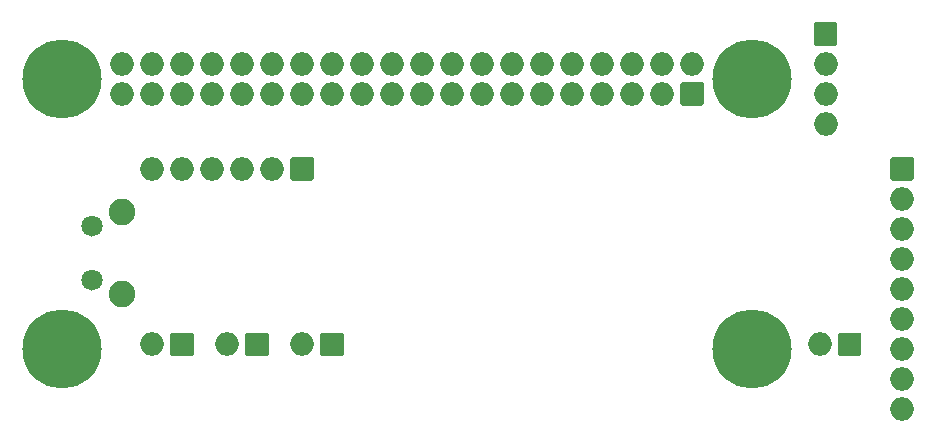
<source format=gbr>
%TF.GenerationSoftware,KiCad,Pcbnew,(5.1.9)-1*%
%TF.CreationDate,2021-07-28T13:21:10+01:00*%
%TF.ProjectId,RGBtoHDMI Amiga Denise CPLD FFC Rev 1.1,52474274-6f48-4444-9d49-20416d696761,rev?*%
%TF.SameCoordinates,Original*%
%TF.FileFunction,Soldermask,Bot*%
%TF.FilePolarity,Negative*%
%FSLAX46Y46*%
G04 Gerber Fmt 4.6, Leading zero omitted, Abs format (unit mm)*
G04 Created by KiCad (PCBNEW (5.1.9)-1) date 2021-07-28 13:21:10*
%MOMM*%
%LPD*%
G01*
G04 APERTURE LIST*
%ADD10C,1.808000*%
%ADD11C,2.250000*%
%ADD12C,1.100000*%
%ADD13C,6.700000*%
%ADD14O,2.000000X2.000000*%
G04 APERTURE END LIST*
D10*
%TO.C,BT11*%
X111760000Y-87387000D03*
X111760000Y-91937000D03*
D11*
X114260000Y-86162000D03*
X114260000Y-93162000D03*
%TD*%
D12*
%TO.C,H4*%
X169337056Y-96092944D03*
X167640000Y-95390000D03*
X165942944Y-96092944D03*
X165240000Y-97790000D03*
X165942944Y-99487056D03*
X167640000Y-100190000D03*
X169337056Y-99487056D03*
X170040000Y-97790000D03*
D13*
X167640000Y-97790000D03*
%TD*%
D12*
%TO.C,H3*%
X110917056Y-96092944D03*
X109220000Y-95390000D03*
X107522944Y-96092944D03*
X106820000Y-97790000D03*
X107522944Y-99487056D03*
X109220000Y-100190000D03*
X110917056Y-99487056D03*
X111620000Y-97790000D03*
D13*
X109220000Y-97790000D03*
%TD*%
D12*
%TO.C,H2*%
X169337056Y-73232944D03*
X167640000Y-72530000D03*
X165942944Y-73232944D03*
X165240000Y-74930000D03*
X165942944Y-76627056D03*
X167640000Y-77330000D03*
X169337056Y-76627056D03*
X170040000Y-74930000D03*
D13*
X167640000Y-74930000D03*
%TD*%
D12*
%TO.C,H1*%
X110917056Y-73232944D03*
X109220000Y-72530000D03*
X107522944Y-73232944D03*
X106820000Y-74930000D03*
X107522944Y-76627056D03*
X109220000Y-77330000D03*
X110917056Y-76627056D03*
X111620000Y-74930000D03*
D13*
X109220000Y-74930000D03*
%TD*%
D14*
%TO.C,JP1*%
X173355000Y-97409000D03*
G36*
G01*
X175045000Y-96409000D02*
X176745000Y-96409000D01*
G75*
G02*
X176895000Y-96559000I0J-150000D01*
G01*
X176895000Y-98259000D01*
G75*
G02*
X176745000Y-98409000I-150000J0D01*
G01*
X175045000Y-98409000D01*
G75*
G02*
X174895000Y-98259000I0J150000D01*
G01*
X174895000Y-96559000D01*
G75*
G02*
X175045000Y-96409000I150000J0D01*
G01*
G37*
%TD*%
%TO.C,FFOSD1*%
G36*
G01*
X179340000Y-83400000D02*
X179340000Y-81700000D01*
G75*
G02*
X179490000Y-81550000I150000J0D01*
G01*
X181190000Y-81550000D01*
G75*
G02*
X181340000Y-81700000I0J-150000D01*
G01*
X181340000Y-83400000D01*
G75*
G02*
X181190000Y-83550000I-150000J0D01*
G01*
X179490000Y-83550000D01*
G75*
G02*
X179340000Y-83400000I0J150000D01*
G01*
G37*
X180340000Y-85090000D03*
X180340000Y-87630000D03*
X180340000Y-90170000D03*
X180340000Y-92710000D03*
X180340000Y-95250000D03*
X180340000Y-97790000D03*
X180340000Y-100330000D03*
X180340000Y-102870000D03*
%TD*%
%TO.C,P1*%
X173863000Y-78740000D03*
X173863000Y-76200000D03*
X173863000Y-73660000D03*
G36*
G01*
X172863000Y-71970000D02*
X172863000Y-70270000D01*
G75*
G02*
X173013000Y-70120000I150000J0D01*
G01*
X174713000Y-70120000D01*
G75*
G02*
X174863000Y-70270000I0J-150000D01*
G01*
X174863000Y-71970000D01*
G75*
G02*
X174713000Y-72120000I-150000J0D01*
G01*
X173013000Y-72120000D01*
G75*
G02*
X172863000Y-71970000I0J150000D01*
G01*
G37*
%TD*%
%TO.C,BT3*%
X116840000Y-97409000D03*
G36*
G01*
X118530000Y-96409000D02*
X120230000Y-96409000D01*
G75*
G02*
X120380000Y-96559000I0J-150000D01*
G01*
X120380000Y-98259000D01*
G75*
G02*
X120230000Y-98409000I-150000J0D01*
G01*
X118530000Y-98409000D01*
G75*
G02*
X118380000Y-98259000I0J150000D01*
G01*
X118380000Y-96559000D01*
G75*
G02*
X118530000Y-96409000I150000J0D01*
G01*
G37*
%TD*%
%TO.C,BT2*%
X123190000Y-97409000D03*
G36*
G01*
X124880000Y-96409000D02*
X126580000Y-96409000D01*
G75*
G02*
X126730000Y-96559000I0J-150000D01*
G01*
X126730000Y-98259000D01*
G75*
G02*
X126580000Y-98409000I-150000J0D01*
G01*
X124880000Y-98409000D01*
G75*
G02*
X124730000Y-98259000I0J150000D01*
G01*
X124730000Y-96559000D01*
G75*
G02*
X124880000Y-96409000I150000J0D01*
G01*
G37*
%TD*%
%TO.C,JTAG1*%
X116840000Y-82550000D03*
X119380000Y-82550000D03*
X121920000Y-82550000D03*
X124460000Y-82550000D03*
X127000000Y-82550000D03*
G36*
G01*
X128690000Y-81550000D02*
X130390000Y-81550000D01*
G75*
G02*
X130540000Y-81700000I0J-150000D01*
G01*
X130540000Y-83400000D01*
G75*
G02*
X130390000Y-83550000I-150000J0D01*
G01*
X128690000Y-83550000D01*
G75*
G02*
X128540000Y-83400000I0J150000D01*
G01*
X128540000Y-81700000D01*
G75*
G02*
X128690000Y-81550000I150000J0D01*
G01*
G37*
%TD*%
%TO.C,J1*%
G36*
G01*
X161710000Y-75200000D02*
X163410000Y-75200000D01*
G75*
G02*
X163560000Y-75350000I0J-150000D01*
G01*
X163560000Y-77050000D01*
G75*
G02*
X163410000Y-77200000I-150000J0D01*
G01*
X161710000Y-77200000D01*
G75*
G02*
X161560000Y-77050000I0J150000D01*
G01*
X161560000Y-75350000D01*
G75*
G02*
X161710000Y-75200000I150000J0D01*
G01*
G37*
X162560000Y-73660000D03*
X160020000Y-76200000D03*
X160020000Y-73660000D03*
X157480000Y-76200000D03*
X157480000Y-73660000D03*
X154940000Y-76200000D03*
X154940000Y-73660000D03*
X152400000Y-76200000D03*
X152400000Y-73660000D03*
X149860000Y-76200000D03*
X149860000Y-73660000D03*
X147320000Y-76200000D03*
X147320000Y-73660000D03*
X144780000Y-76200000D03*
X144780000Y-73660000D03*
X142240000Y-76200000D03*
X142240000Y-73660000D03*
X139700000Y-76200000D03*
X139700000Y-73660000D03*
X137160000Y-76200000D03*
X137160000Y-73660000D03*
X134620000Y-76200000D03*
X134620000Y-73660000D03*
X132080000Y-76200000D03*
X132080000Y-73660000D03*
X129540000Y-76200000D03*
X129540000Y-73660000D03*
X127000000Y-76200000D03*
X127000000Y-73660000D03*
X124460000Y-76200000D03*
X124460000Y-73660000D03*
X121920000Y-76200000D03*
X121920000Y-73660000D03*
X119380000Y-76200000D03*
X119380000Y-73660000D03*
X116840000Y-76200000D03*
X116840000Y-73660000D03*
X114300000Y-76200000D03*
X114300000Y-73660000D03*
%TD*%
%TO.C,BT1*%
X129540000Y-97409000D03*
G36*
G01*
X131230000Y-96409000D02*
X132930000Y-96409000D01*
G75*
G02*
X133080000Y-96559000I0J-150000D01*
G01*
X133080000Y-98259000D01*
G75*
G02*
X132930000Y-98409000I-150000J0D01*
G01*
X131230000Y-98409000D01*
G75*
G02*
X131080000Y-98259000I0J150000D01*
G01*
X131080000Y-96559000D01*
G75*
G02*
X131230000Y-96409000I150000J0D01*
G01*
G37*
%TD*%
M02*

</source>
